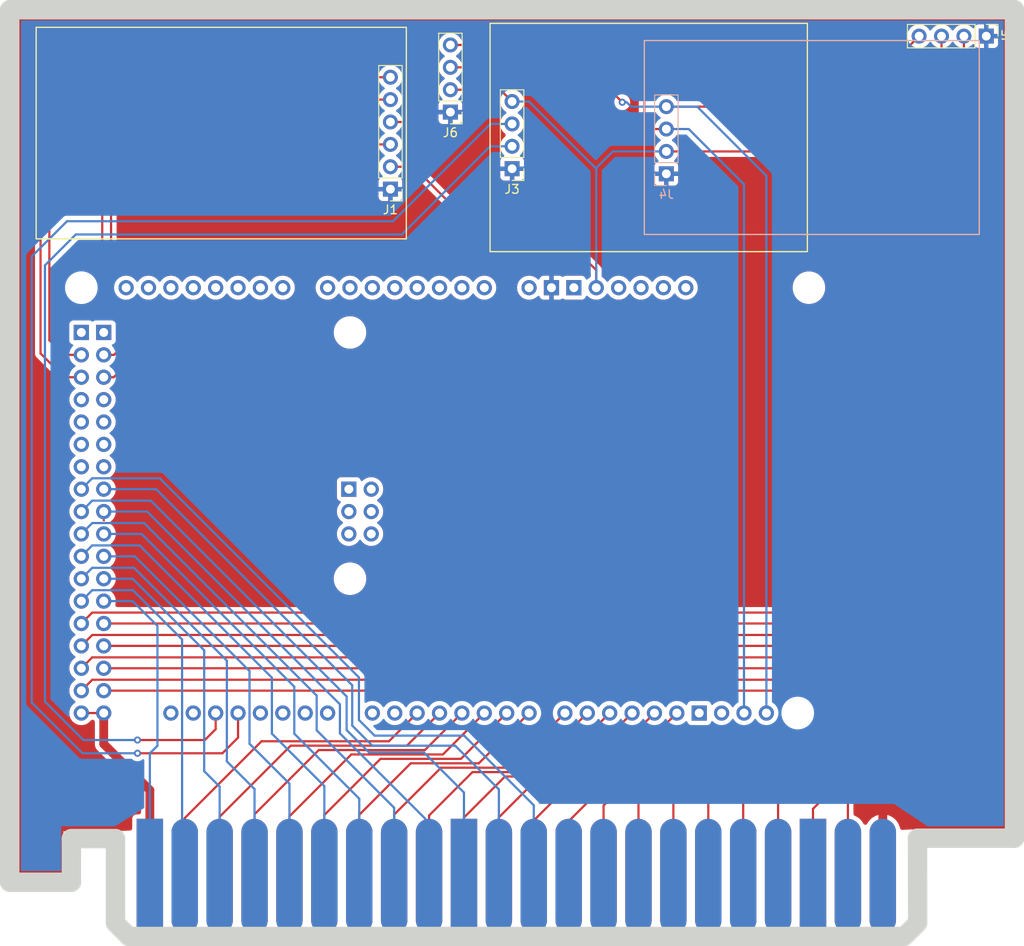
<source format=kicad_pcb>
(kicad_pcb (version 20240108) (generator "pcbnew") (generator_version "8.0")
  (layers (0 "F.Cu" signal) (31 "B.Cu" signal) (34 "B.Paste" user) (35 "F.Paste" user) (36 "B.SilkS" user "B.Silkscreen") (37 "F.SilkS" user "F.Silkscreen") (38 "B.Mask" user) (39 "F.Mask" user) (44 "Edge.Cuts" user))
  (net 0 "")
  (net 2 "VCC")
  (net 23 "Net-(A1-D2_INT0)")
  (net 24 "Net-(A1-D3_INT1)")
  (net 29 "Net-(A1-D19{slash}RX1)")
  (net 30 "Net-(A1-D18{slash}TX1)")
  (net 33 "Net-(J2-Pin_4)")
  (net 34 "Net-(J2-Pin_5)")
  (net 35 "Net-(J2-Pin_6)")
  (net 36 "Net-(J2-Pin_7)")
  (net 37 "Net-(J2-Pin_8)")
  (net 38 "Net-(J2-Pin_9)")
  (net 39 "Net-(J2-Pin_10)")
  (net 40 "Net-(J2-Pin_11)")
  (net 41 "Net-(J2-Pin_12)")
  (net 42 "Net-(J2-Pin_13)")
  (net 43 "Net-(J2-Pin_14)")
  (net 44 "Net-(J2-Pin_15)")
  (net 45 "Net-(J2-Pin_16)")
  (net 46 "Net-(J2-Pin_17)")
  (net 54 "Net-(A1-D51_MOSI)")
  (net 55 "Net-(A1-D50_MISO)")
  (net 56 "Net-(A1-D53_CS)")
  (net 57 "Net-(A1-D52_SCK)")
  (net 62 "GND")
  (net 71 "Net-(J2-Pin_18)")
  (net 72 "Net-(J2-Pin_19)")
  (net 73 "Net-(J2-Pin_20)")
  (net 74 "Net-(J2-Pin_21)")
  (net 75 "Net-(J2-Pin_23)")
  (net 76 "Net-(J2-Pin_24)")
  (net 77 "Net-(J2-Pin_25)")
  (net 78 "Net-(J2-Pin_26)")
  (net 79 "Net-(J2-Pin_27)")
  (net 80 "Net-(J2-Pin_28)")
  (net 81 "Net-(J2-Pin_29)")
  (net 82 "Net-(J2-Pin_30)")
  (net 83 "Net-(J2-Pin_31)")
  (net 84 "Net-(J2-Pin_32)")
  (net 85 "Net-(J2-Pin_33)")
  (net 86 "Net-(J2-Pin_34)")
  (net 98 "Net-(J4-Pin_3)")
  (net 99 "Net-(J4-Pin_4)")
  (footprint "PCM_arduino-library:Arduino_Mega2560_R3_Shield" (layer "F.Cu") (at 187.452 69.638 180)
    (property "Reference" "A1" (hide yes))
    (property "Value" "Arduino_Mega2560_R3_Shield" (hide yes))
    (pad "" np_thru_hole circle (at 13.97 -2.54 180) (size 3.2 3.2) (drill 3.2) (layers "*.Cu" "*.Mask"))
    (pad "" np_thru_hole circle (at 15.24 -50.8 180) (size 3.2 3.2) (drill 3.2) (layers "*.Cu" "*.Mask"))
    (pad "" thru_hole oval (at 27.94 -2.54 180) (size 1.7272 1.7272) (drill 1.016) (layers "*.Cu" "*.Mask"))
    (pad "" np_thru_hole circle (at 66.04 -35.56 180) (size 3.2 3.2) (drill 3.2) (layers "*.Cu" "*.Mask"))
    (pad "" np_thru_hole circle (at 66.04 -7.62 180) (size 3.2 3.2) (drill 3.2) (layers "*.Cu" "*.Mask"))
    (pad "" np_thru_hole circle (at 90.17 -50.8 180) (size 3.2 3.2) (drill 3.2) (layers "*.Cu" "*.Mask"))
    (pad "" np_thru_hole circle (at 96.52 -2.54 180) (size 3.2 3.2) (drill 3.2) (layers "*.Cu" "*.Mask"))
    (pad "3V3" thru_hole oval (at 35.56 -2.54 180) (size 1.7272 1.7272) (drill 1.016) (layers "*.Cu" "*.Mask"))
    (pad "5V1" thru_hole oval (at 38.1 -2.54 180) (size 1.7272 1.7272) (drill 1.016) (layers "*.Cu" "*.Mask") (net 2 "VCC"))
    (pad "5V2" thru_hole oval (at 66.167 -30.48 180) (size 1.7272 1.7272) (drill 1.016) (layers "*.Cu" "*.Mask"))
    (pad "5V3" thru_hole oval (at 93.98 -50.8 180) (size 1.7272 1.7272) (drill 1.016) (layers "*.Cu" "*.Mask") (net 2 "VCC"))
    (pad "5V4" thru_hole oval (at 96.52 -50.8 180) (size 1.7272 1.7272) (drill 1.016) (layers "*.Cu" "*.Mask") (net 2 "VCC"))
    (pad "A0" thru_hole oval (at 50.8 -2.54 180) (size 1.7272 1.7272) (drill 1.016) (layers "*.Cu" "*.Mask"))
    (pad "A1" thru_hole oval (at 53.34 -2.54 180) (size 1.7272 1.7272) (drill 1.016) (layers "*.Cu" "*.Mask"))
    (pad "A2" thru_hole oval (at 55.88 -2.54 180) (size 1.7272 1.7272) (drill 1.016) (layers "*.Cu" "*.Mask"))
    (pad "A3" thru_hole oval (at 58.42 -2.54 180) (size 1.7272 1.7272) (drill 1.016) (layers "*.Cu" "*.Mask"))
    (pad "A4" thru_hole oval (at 60.96 -2.54 180) (size 1.7272 1.7272) (drill 1.016) (layers "*.Cu" "*.Mask"))
    (pad "A5" thru_hole oval (at 63.5 -2.54 180) (size 1.7272 1.7272) (drill 1.016) (layers "*.Cu" "*.Mask"))
    (pad "A6" thru_hole oval (at 66.04 -2.54 180) (size 1.7272 1.7272) (drill 1.016) (layers "*.Cu" "*.Mask"))
    (pad "A7" thru_hole oval (at 68.58 -2.54 180) (size 1.7272 1.7272) (drill 1.016) (layers "*.Cu" "*.Mask"))
    (pad "A8" thru_hole oval (at 73.66 -2.54 180) (size 1.7272 1.7272) (drill 1.016) (layers "*.Cu" "*.Mask"))
    (pad "A9" thru_hole oval (at 76.2 -2.54 180) (size 1.7272 1.7272) (drill 1.016) (layers "*.Cu" "*.Mask"))
    (pad "A10" thru_hole oval (at 78.74 -2.54 180) (size 1.7272 1.7272) (drill 1.016) (layers "*.Cu" "*.Mask"))
    (pad "A11" thru_hole oval (at 81.28 -2.54 180) (size 1.7272 1.7272) (drill 1.016) (layers "*.Cu" "*.Mask"))
    (pad "A12" thru_hole oval (at 83.82 -2.54 180) (size 1.7272 1.7272) (drill 1.016) (layers "*.Cu" "*.Mask"))
    (pad "A13" thru_hole oval (at 86.36 -2.54 180) (size 1.7272 1.7272) (drill 1.016) (layers "*.Cu" "*.Mask"))
    (pad "A14" thru_hole oval (at 88.9 -2.54 180) (size 1.7272 1.7272) (drill 1.016) (layers "*.Cu" "*.Mask"))
    (pad "A15" thru_hole oval (at 91.44 -2.54 180) (size 1.7272 1.7272) (drill 1.016) (layers "*.Cu" "*.Mask"))
    (pad "AREF" thru_hole oval (at 23.876 -50.8 180) (size 1.7272 1.7272) (drill 1.016) (layers "*.Cu" "*.Mask"))
    (pad "D0" thru_hole oval (at 63.5 -50.8 180) (size 1.7272 1.7272) (drill 1.016) (layers "*.Cu" "*.Mask"))
    (pad "D1" thru_hole oval (at 60.96 -50.8 180) (size 1.7272 1.7272) (drill 1.016) (layers "*.Cu" "*.Mask"))
    (pad "D2" thru_hole oval (at 58.42 -50.8 180) (size 1.7272 1.7272) (drill 1.016) (layers "*.Cu" "*.Mask") (net 23 "Net-(A1-D2_INT0)"))
    (pad "D3" thru_hole oval (at 55.88 -50.8 180) (size 1.7272 1.7272) (drill 1.016) (layers "*.Cu" "*.Mask") (net 24 "Net-(A1-D3_INT1)"))
    (pad "D4" thru_hole oval (at 53.34 -50.8 180) (size 1.7272 1.7272) (drill 1.016) (layers "*.Cu" "*.Mask") (net 33 "Net-(J2-Pin_4)"))
    (pad "D5" thru_hole oval (at 50.8 -50.8 180) (size 1.7272 1.7272) (drill 1.016) (layers "*.Cu" "*.Mask") (net 34 "Net-(J2-Pin_5)"))
    (pad "D6" thru_hole oval (at 48.26 -50.8 180) (size 1.7272 1.7272) (drill 1.016) (layers "*.Cu" "*.Mask") (net 35 "Net-(J2-Pin_6)"))
    (pad "D7" thru_hole oval (at 45.72 -50.8 180) (size 1.7272 1.7272) (drill 1.016) (layers "*.Cu" "*.Mask") (net 36 "Net-(J2-Pin_7)"))
    (pad "D8" thru_hole oval (at 41.656 -50.8 180) (size 1.7272 1.7272) (drill 1.016) (layers "*.Cu" "*.Mask") (net 37 "Net-(J2-Pin_8)"))
    (pad "D9" thru_hole oval (at 39.116 -50.8 180) (size 1.7272 1.7272) (drill 1.016) (layers "*.Cu" "*.Mask") (net 38 "Net-(J2-Pin_9)"))
    (pad "D10" thru_hole oval (at 36.576 -50.8 180) (size 1.7272 1.7272) (drill 1.016) (layers "*.Cu" "*.Mask") (net 39 "Net-(J2-Pin_10)"))
    (pad "D11" thru_hole oval (at 34.036 -50.8 180) (size 1.7272 1.7272) (drill 1.016) (layers "*.Cu" "*.Mask") (net 40 "Net-(J2-Pin_11)"))
    (pad "D12" thru_hole oval (at 31.496 -50.8 180) (size 1.7272 1.7272) (drill 1.016) (layers "*.Cu" "*.Mask") (net 41 "Net-(J2-Pin_12)"))
    (pad "D13" thru_hole oval (at 28.956 -50.8 180) (size 1.7272 1.7272) (drill 1.016) (layers "*.Cu" "*.Mask") (net 42 "Net-(J2-Pin_13)"))
    (pad "D14" thru_hole oval (at 68.58 -50.8 180) (size 1.7272 1.7272) (drill 1.016) (layers "*.Cu" "*.Mask"))
    (pad "D15" thru_hole oval (at 71.12 -50.8 180) (size 1.7272 1.7272) (drill 1.016) (layers "*.Cu" "*.Mask"))
    (pad "D16" thru_hole oval (at 73.66 -50.8 180) (size 1.7272 1.7272) (drill 1.016) (layers "*.Cu" "*.Mask"))
    (pad "D17" thru_hole oval (at 76.2 -50.8 180) (size 1.7272 1.7272) (drill 1.016) (layers "*.Cu" "*.Mask"))
    (pad "D18" thru_hole oval (at 78.74 -50.8 180) (size 1.7272 1.7272) (drill 1.016) (layers "*.Cu" "*.Mask") (net 30 "Net-(A1-D18{slash}TX1)"))
    (pad "D19" thru_hole oval (at 81.28 -50.8 180) (size 1.7272 1.7272) (drill 1.016) (layers "*.Cu" "*.Mask") (net 29 "Net-(A1-D19{slash}RX1)"))
    (pad "D20" thru_hole oval (at 83.82 -50.8 180) (size 1.7272 1.7272) (drill 1.016) (layers "*.Cu" "*.Mask"))
    (pad "D21" thru_hole oval (at 86.36 -50.8 180) (size 1.7272 1.7272) (drill 1.016) (layers "*.Cu" "*.Mask"))
    (pad "D22" thru_hole oval (at 93.98 -48.26 180) (size 1.7272 1.7272) (drill 1.016) (layers "*.Cu" "*.Mask") (net 43 "Net-(J2-Pin_14)"))
    (pad "D23" thru_hole oval (at 96.52 -48.26 180) (size 1.7272 1.7272) (drill 1.016) (layers "*.Cu" "*.Mask") (net 44 "Net-(J2-Pin_15)"))
    (pad "D24" thru_hole oval (at 93.98 -45.72 180) (size 1.7272 1.7272) (drill 1.016) (layers "*.Cu" "*.Mask") (net 45 "Net-(J2-Pin_16)"))
    (pad "D25" thru_hole oval (at 96.52 -45.72 180) (size 1.7272 1.7272) (drill 1.016) (layers "*.Cu" "*.Mask") (net 46 "Net-(J2-Pin_17)"))
    (pad "D26" thru_hole oval (at 93.98 -43.18 180) (size 1.7272 1.7272) (drill 1.016) (layers "*.Cu" "*.Mask") (net 71 "Net-(J2-Pin_18)"))
    (pad "D27" thru_hole oval (at 96.52 -43.18 180) (size 1.7272 1.7272) (drill 1.016) (layers "*.Cu" "*.Mask") (net 72 "Net-(J2-Pin_19)"))
    (pad "D28" thru_hole oval (at 93.98 -40.64 180) (size 1.7272 1.7272) (drill 1.016) (layers "*.Cu" "*.Mask") (net 73 "Net-(J2-Pin_20)"))
    (pad "D29" thru_hole oval (at 96.52 -40.64 180) (size 1.7272 1.7272) (drill 1.016) (layers "*.Cu" "*.Mask") (net 74 "Net-(J2-Pin_21)"))
    (pad "D30" thru_hole oval (at 93.98 -38.1 180) (size 1.7272 1.7272) (drill 1.016) (layers "*.Cu" "*.Mask") (net 75 "Net-(J2-Pin_23)"))
    (pad "D31" thru_hole oval (at 96.52 -38.1 180) (size 1.7272 1.7272) (drill 1.016) (layers "*.Cu" "*.Mask") (net 76 "Net-(J2-Pin_24)"))
    (pad "D32" thru_hole oval (at 93.98 -35.56 180) (size 1.7272 1.7272) (drill 1.016) (layers "*.Cu" "*.Mask") (net 77 "Net-(J2-Pin_25)"))
    (pad "D33" thru_hole oval (at 96.52 -35.56 180) (size 1.7272 1.7272) (drill 1.016) (layers "*.Cu" "*.Mask") (net 78 "Net-(J2-Pin_26)"))
    (pad "D34" thru_hole oval (at 93.98 -33.02 180) (size 1.7272 1.7272) (drill 1.016) (layers "*.Cu" "*.Mask") (net 79 "Net-(J2-Pin_27)"))
    (pad "D35" thru_hole oval (at 96.52 -33.02 180) (size 1.7272 1.7272) (drill 1.016) (layers "*.Cu" "*.Mask") (net 80 "Net-(J2-Pin_28)"))
    (pad "D36" thru_hole oval (at 93.98 -30.48 180) (size 1.7272 1.7272) (drill 1.016) (layers "*.Cu" "*.Mask") (net 81 "Net-(J2-Pin_29)"))
    (pad "D37" thru_hole oval (at 96.52 -30.48 180) (size 1.7272 1.7272) (drill 1.016) (layers "*.Cu" "*.Mask") (net 82 "Net-(J2-Pin_30)"))
    (pad "D38" thru_hole oval (at 93.98 -27.94 180) (size 1.7272 1.7272) (drill 1.016) (layers "*.Cu" "*.Mask") (net 83 "Net-(J2-Pin_31)"))
    (pad "D39" thru_hole oval (at 96.52 -27.94 180) (size 1.7272 1.7272) (drill 1.016) (layers "*.Cu" "*.Mask") (net 84 "Net-(J2-Pin_32)"))
    (pad "D40" thru_hole oval (at 93.98 -25.4 180) (size 1.7272 1.7272) (drill 1.016) (layers "*.Cu" "*.Mask") (net 85 "Net-(J2-Pin_33)"))
    (pad "D41" thru_hole oval (at 96.52 -25.4 180) (size 1.7272 1.7272) (drill 1.016) (layers "*.Cu" "*.Mask") (net 86 "Net-(J2-Pin_34)"))
    (pad "D42" thru_hole oval (at 93.98 -22.86 180) (size 1.7272 1.7272) (drill 1.016) (layers "*.Cu" "*.Mask"))
    (pad "D43" thru_hole oval (at 96.52 -22.86 180) (size 1.7272 1.7272) (drill 1.016) (layers "*.Cu" "*.Mask"))
    (pad "D44" thru_hole oval (at 93.98 -20.32 180) (size 1.7272 1.7272) (drill 1.016) (layers "*.Cu" "*.Mask"))
    (pad "D45" thru_hole oval (at 96.52 -20.32 180) (size 1.7272 1.7272) (drill 1.016) (layers "*.Cu" "*.Mask"))
    (pad "D46" thru_hole oval (at 93.98 -17.78 180) (size 1.7272 1.7272) (drill 1.016) (layers "*.Cu" "*.Mask"))
    (pad "D47" thru_hole oval (at 96.52 -17.78 180) (size 1.7272 1.7272) (drill 1.016) (layers "*.Cu" "*.Mask"))
    (pad "D48" thru_hole oval (at 93.98 -15.24 180) (size 1.7272 1.7272) (drill 1.016) (layers "*.Cu" "*.Mask"))
    (pad "D49" thru_hole oval (at 96.52 -15.24 180) (size 1.7272 1.7272) (drill 1.016) (layers "*.Cu" "*.Mask"))
    (pad "D50" thru_hole oval (at 93.98 -12.7 180) (size 1.7272 1.7272) (drill 1.016) (layers "*.Cu" "*.Mask") (net 55 "Net-(A1-D50_MISO)"))
    (pad "D51" thru_hole oval (at 96.52 -12.7 180) (size 1.7272 1.7272) (drill 1.016) (layers "*.Cu" "*.Mask") (net 54 "Net-(A1-D51_MOSI)"))
    (pad "D52" thru_hole oval (at 93.98 -10.16 180) (size 1.7272 1.7272) (drill 1.016) (layers "*.Cu" "*.Mask") (net 57 "Net-(A1-D52_SCK)"))
    (pad "D53" thru_hole oval (at 96.52 -10.16 180) (size 1.7272 1.7272) (drill 1.016) (layers "*.Cu" "*.Mask") (net 56 "Net-(A1-D53_CS)"))
    (pad "GND1" thru_hole rect (at 26.416 -50.8 180) (size 1.7272 1.7272) (drill 1.016) (layers "*.Cu" "*.Mask"))
    (pad "GND2" thru_hole rect (at 40.64 -2.54 180) (size 1.7272 1.7272) (drill 1.016) (layers "*.Cu" "*.Mask"))
    (pad "GND3" thru_hole rect (at 43.18 -2.54 180) (size 1.7272 1.7272) (drill 1.016) (layers "*.Cu" "*.Mask") (net 62 "GND"))
    (pad "GND4" thru_hole rect (at 66.167 -25.4 180) (size 1.7272 1.7272) (drill 1.016) (layers "*.Cu" "*.Mask"))
    (pad "GND5" thru_hole rect (at 93.98 -7.62 180) (size 1.7272 1.7272) (drill 1.016) (layers "*.Cu" "*.Mask"))
    (pad "GND6" thru_hole rect (at 96.52 -7.62 180) (size 1.7272 1.7272) (drill 1.016) (layers "*.Cu" "*.Mask"))
    (pad "IORF" thru_hole oval (at 30.48 -2.54 180) (size 1.7272 1.7272) (drill 1.016) (layers "*.Cu" "*.Mask"))
    (pad "MISO" thru_hole oval (at 63.627 -30.48 180) (size 1.7272 1.7272) (drill 1.016) (layers "*.Cu" "*.Mask"))
    (pad "MOSI" thru_hole oval (at 66.167 -27.94 180) (size 1.7272 1.7272) (drill 1.016) (layers "*.Cu" "*.Mask"))
    (pad "RST1" thru_hole oval (at 33.02 -2.54 180) (size 1.7272 1.7272) (drill 1.016) (layers "*.Cu" "*.Mask"))
    (pad "RST2" thru_hole oval (at 63.627 -25.4 180) (size 1.7272 1.7272) (drill 1.016) (layers "*.Cu" "*.Mask"))
    (pad "SCK" thru_hole oval (at 63.627 -27.94 180) (size 1.7272 1.7272) (drill 1.016) (layers "*.Cu" "*.Mask"))
    (pad "SCL" thru_hole oval (at 18.796 -50.8 180) (size 1.7272 1.7272) (drill 1.016) (layers "*.Cu" "*.Mask") (net 99 "Net-(J4-Pin_4)"))
    (pad "SDA" thru_hole oval (at 21.336 -50.8 180) (size 1.7272 1.7272) (drill 1.016) (layers "*.Cu" "*.Mask") (net 98 "Net-(J4-Pin_3)"))
    (pad "VIN" thru_hole oval (at 45.72 -2.54 180) (size 1.7272 1.7272) (drill 1.016) (layers "*.Cu" "*.Mask"))
  )
  (footprint "Connector_PinHeader_2.54mm:PinHeader_1x04_P2.54mm_Vertical" (layer "F.Cu") (at 132.80401 52.258 180)
    (property "Reference" "J6" (at 0 -2.33 180) (layer "F.SilkS"))
    (property "Value" "I2C")
    (pad "1" thru_hole rect (at 0 0 180) (size 1.7 1.7) (drill 1) (layers "*.Cu" "*.Mask") (net 62 "GND"))
    (pad "2" thru_hole oval (at 0 2.54 180) (size 1.7 1.7) (drill 1) (layers "*.Cu" "*.Mask") (net 2 "VCC"))
    (pad "3" thru_hole oval (at 0 5.08 180) (size 1.7 1.7) (drill 1) (layers "*.Cu" "*.Mask") (net 99 "Net-(J4-Pin_4)"))
    (pad "4" thru_hole oval (at 0 7.62 180) (size 1.7 1.7) (drill 1) (layers "*.Cu" "*.Mask") (net 98 "Net-(J4-Pin_3)"))
  )
  (footprint "Connector_PinHeader_2.54mm:PinHeader_1x06_P2.54mm_Vertical" (layer "F.Cu") (at 126 61 180)
    (property "Reference" "J1" (at 0 -2.33 180) (layer "F.SilkS"))
    (property "Value" "MicroSD")
    (pad "1" thru_hole rect (at 0 0 180) (size 1.7 1.7) (drill 1) (layers "*.Cu" "*.Mask") (net 62 "GND"))
    (pad "2" thru_hole oval (at 0 2.54 180) (size 1.7 1.7) (drill 1) (layers "*.Cu" "*.Mask") (net 2 "VCC"))
    (pad "3" thru_hole oval (at 0 5.08 180) (size 1.7 1.7) (drill 1) (layers "*.Cu" "*.Mask") (net 55 "Net-(A1-D50_MISO)"))
    (pad "4" thru_hole oval (at 0 7.62 180) (size 1.7 1.7) (drill 1) (layers "*.Cu" "*.Mask") (net 54 "Net-(A1-D51_MOSI)"))
    (pad "5" thru_hole oval (at 0 10.16 180) (size 1.7 1.7) (drill 1) (layers "*.Cu" "*.Mask") (net 57 "Net-(A1-D52_SCK)"))
    (pad "6" thru_hole oval (at 0 12.7 180) (size 1.7 1.7) (drill 1) (layers "*.Cu" "*.Mask") (net 56 "Net-(A1-D53_CS)"))
  )
  (footprint "Connector_PinHeader_2.54mm:PinHeader_1x04_P2.54mm_Vertical" (layer "F.Cu") (at 193.60401 43.638 -90)
    (property "Reference" "J5" (at 0 -2.33 90) (layer "F.SilkS"))
    (property "Value" "LCD")
    (pad "1" thru_hole rect (at 0 0 270) (size 1.7 1.7) (drill 1) (layers "*.Cu" "*.Mask") (net 62 "GND"))
    (pad "2" thru_hole oval (at 0 2.54 270) (size 1.7 1.7) (drill 1) (layers "*.Cu" "*.Mask") (net 2 "VCC"))
    (pad "3" thru_hole oval (at 0 5.08 270) (size 1.7 1.7) (drill 1) (layers "*.Cu" "*.Mask") (net 99 "Net-(J4-Pin_4)"))
    (pad "4" thru_hole oval (at 0 7.62 270) (size 1.7 1.7) (drill 1) (layers "*.Cu" "*.Mask") (net 98 "Net-(J4-Pin_3)"))
  )
  (footprint "ConectorsPer:con22sem" (layer "F.Cu") (at 137.744005 123.698)
    (property "Reference" "J2" (hide yes))
    (property "Value" "Conn_01x44_Socket" (hide yes))
    (pad "1" smd rect (at -39.039995 15.24) (size 3 13) (layers "F.Cu" "F.Paste" "F.Mask") (net 2 "VCC"))
    (pad "2" smd oval (at -35.079995 15.24) (size 3 13) (layers "F.Cu" "F.Paste" "F.Mask") (net 23 "Net-(A1-D2_INT0)"))
    (pad "3" smd oval (at -31.119995 15.24) (size 3 13) (layers "F.Cu" "F.Paste" "F.Mask") (net 24 "Net-(A1-D3_INT1)"))
    (pad "4" smd oval (at -27.159995 15.24) (size 3 13) (layers "F.Cu" "F.Paste" "F.Mask") (net 33 "Net-(J2-Pin_4)"))
    (pad "5" smd oval (at -23.199995 15.24) (size 3 13) (layers "F.Cu" "F.Paste" "F.Mask") (net 34 "Net-(J2-Pin_5)"))
    (pad "6" smd oval (at -19.239995 15.24) (size 3 13) (layers "F.Cu" "F.Paste" "F.Mask") (net 35 "Net-(J2-Pin_6)"))
    (pad "7" smd oval (at -15.279995 15.24) (size 3 13) (layers "F.Cu" "F.Paste" "F.Mask") (net 36 "Net-(J2-Pin_7)"))
    (pad "8" smd oval (at -11.319995 15.24) (size 3 13) (layers "F.Cu" "F.Paste" "F.Mask") (net 37 "Net-(J2-Pin_8)"))
    (pad "9" smd oval (at -7.359995 15.24) (size 3 13) (layers "F.Cu" "F.Paste" "F.Mask") (net 38 "Net-(J2-Pin_9)"))
    (pad "10" smd rect (at -3.399995 15.24) (size 3 13) (layers "F.Cu" "F.Paste" "F.Mask") (net 39 "Net-(J2-Pin_10)"))
    (pad "11" smd oval (at 0.560005 15.24) (size 3 13) (layers "F.Cu" "F.Paste" "F.Mask") (net 40 "Net-(J2-Pin_11)"))
    (pad "12" smd oval (at 4.520005 15.24) (size 3 13) (layers "F.Cu" "F.Paste" "F.Mask") (net 41 "Net-(J2-Pin_12)"))
    (pad "13" smd oval (at 8.480005 15.24) (size 3 13) (layers "F.Cu" "F.Paste" "F.Mask") (net 42 "Net-(J2-Pin_13)"))
    (pad "14" smd oval (at 12.439995 15.24) (size 3 13) (layers "F.Cu" "F.Paste" "F.Mask") (net 43 "Net-(J2-Pin_14)"))
    (pad "15" smd oval (at 16.399995 15.24) (size 3 13) (layers "F.Cu" "F.Paste" "F.Mask") (net 44 "Net-(J2-Pin_15)"))
    (pad "16" smd oval (at 20.359995 15.24) (size 3 13) (layers "F.Cu" "F.Paste" "F.Mask") (net 45 "Net-(J2-Pin_16)"))
    (pad "17" smd oval (at 24.319995 15.24) (size 3 13) (layers "F.Cu" "F.Paste" "F.Mask") (net 46 "Net-(J2-Pin_17)"))
    (pad "18" smd oval (at 28.279995 15.24) (size 3 13) (layers "F.Cu" "F.Paste" "F.Mask") (net 71 "Net-(J2-Pin_18)"))
    (pad "19" smd oval (at 32.239995 15.24) (size 3 13) (layers "F.Cu" "F.Paste" "F.Mask") (net 72 "Net-(J2-Pin_19)"))
    (pad "20" smd rect (at 36.199995 15.24) (size 3 13) (layers "F.Cu" "F.Paste" "F.Mask") (net 73 "Net-(J2-Pin_20)"))
    (pad "21" smd oval (at 40.159995 15.24) (size 3 13) (layers "F.Cu" "F.Paste" "F.Mask") (net 74 "Net-(J2-Pin_21)"))
    (pad "22" smd oval (at 44.119995 15.24) (size 3 13) (layers "F.Cu" "F.Paste" "F.Mask") (net 62 "GND"))
    (pad "23" smd rect (at -39.039995 15.24) (size 3 13) (layers "B.Cu" "B.Paste" "B.Mask") (net 75 "Net-(J2-Pin_23)"))
    (pad "24" smd oval (at -35.079995 15.24) (size 3 13) (layers "B.Cu" "B.Paste" "B.Mask") (net 76 "Net-(J2-Pin_24)"))
    (pad "25" smd oval (at -31.119995 15.24) (size 3 13) (layers "B.Cu" "B.Paste" "B.Mask") (net 77 "Net-(J2-Pin_25)"))
    (pad "26" smd oval (at -27.159995 15.24) (size 3 13) (layers "B.Cu" "B.Paste" "B.Mask") (net 78 "Net-(J2-Pin_26)"))
    (pad "27" smd oval (at -23.199995 15.24) (size 3 13) (layers "B.Cu" "B.Paste" "B.Mask") (net 79 "Net-(J2-Pin_27)"))
    (pad "28" smd oval (at -19.239995 15.24) (size 3 13) (layers "B.Cu" "B.Paste" "B.Mask") (net 80 "Net-(J2-Pin_28)"))
    (pad "29" smd oval (at -15.279995 15.24) (size 3 13) (layers "B.Cu" "B.Paste" "B.Mask") (net 81 "Net-(J2-Pin_29)"))
    (pad "30" smd oval (at -11.319995 15.24) (size 3 13) (layers "B.Cu" "B.Paste" "B.Mask") (net 82 "Net-(J2-Pin_30)"))
    (pad "31" smd oval (at -7.359995 15.24) (size 3 13) (layers "B.Cu" "B.Paste" "B.Mask") (net 83 "Net-(J2-Pin_31)"))
    (pad "32" smd rect (at -3.399995 15.24) (size 3 13) (layers "B.Cu" "B.Paste" "B.Mask") (net 84 "Net-(J2-Pin_32)"))
    (pad "33" smd oval (at 0.560005 15.24) (size 3 13) (layers "B.Cu" "B.Paste" "B.Mask") (net 85 "Net-(J2-Pin_33)"))
    (pad "34" smd oval (at 4.520005 15.24) (size 3 13) (layers "B.Cu" "B.Paste" "B.Mask") (net 86 "Net-(J2-Pin_34)"))
    (pad "35" smd oval (at 8.480005 15.24) (size 3 13) (layers "B.Cu" "B.Paste" "B.Mask"))
    (pad "36" smd oval (at 12.439995 15.24) (size 3 13) (layers "B.Cu" "B.Paste" "B.Mask"))
    (pad "37" smd oval (at 16.399995 15.24) (size 3 13) (layers "B.Cu" "B.Paste" "B.Mask"))
    (pad "38" smd oval (at 20.359995 15.24) (size 3 13) (layers "B.Cu" "B.Paste" "B.Mask"))
    (pad "39" smd oval (at 24.319995 15.24) (size 3 13) (layers "B.Cu" "B.Paste" "B.Mask"))
    (pad "40" smd oval (at 28.279995 15.24) (size 3 13) (layers "B.Cu" "B.Paste" "B.Mask"))
    (pad "41" smd oval (at 32.239995 15.24) (size 3 13) (layers "B.Cu" "B.Paste" "B.Mask"))
    (pad "42" smd rect (at 36.199995 15.24) (size 3 13) (layers "B.Cu" "B.Paste" "B.Mask"))
    (pad "43" smd oval (at 40.159995 15.24) (size 3 13) (layers "B.Cu" "B.Paste" "B.Mask"))
    (pad "44" smd oval (at 44.119995 15.24) (size 3 13) (layers "B.Cu" "B.Paste" "B.Mask"))
  )
  (footprint "Connector_PinHeader_2.54mm:PinHeader_1x04_P2.54mm_Vertical" (layer "F.Cu") (at 139.80401 58.678 180)
    (property "Reference" "J3" (at 0 -2.33 180) (layer "F.SilkS"))
    (property "Value" "GPS")
    (pad "1" thru_hole rect (at 0 0 180) (size 1.7 1.7) (drill 1) (layers "*.Cu" "*.Mask") (net 62 "GND"))
    (pad "2" thru_hole oval (at 0 2.54 180) (size 1.7 1.7) (drill 1) (layers "*.Cu" "*.Mask") (net 29 "Net-(A1-D19{slash}RX1)"))
    (pad "3" thru_hole oval (at 0 5.08 180) (size 1.7 1.7) (drill 1) (layers "*.Cu" "*.Mask") (net 30 "Net-(A1-D18{slash}TX1)"))
    (pad "4" thru_hole oval (at 0 7.62 180) (size 1.7 1.7) (drill 1) (layers "*.Cu" "*.Mask") (net 2 "VCC"))
  )
  (footprint "Connector_PinHeader_2.54mm:PinHeader_1x04_P2.54mm_Vertical" (layer "B.Cu") (at 157.30401 59.258)
    (property "Reference" "J4" (at 0 2.33 0) (layer "B.SilkS") (effects (justify mirror)))
    (property "Value" "RTC")
    (pad "1" thru_hole rect (at 0 0) (size 1.7 1.7) (drill 1) (layers "*.Cu" "*.Mask") (net 62 "GND"))
    (pad "2" thru_hole oval (at 0 -2.54) (size 1.7 1.7) (drill 1) (layers "*.Cu" "*.Mask") (net 2 "VCC"))
    (pad "3" thru_hole oval (at 0 -5.08) (size 1.7 1.7) (drill 1) (layers "*.Cu" "*.Mask") (net 98 "Net-(J4-Pin_3)"))
    (pad "4" thru_hole oval (at 0 -7.62) (size 1.7 1.7) (drill 1) (layers "*.Cu" "*.Mask") (net 99 "Net-(J4-Pin_4)"))
  )
  (gr_line (start 94.79281 144.2608) (end 96.16441 145.6324) (stroke (width 0.254)) (layer "B.SilkS"))
  (gr_line (start 96.16441 145.6324) (end 184.42941 145.6324) (stroke (width 0.254)) (layer "B.SilkS"))
  (gr_line (start 185.80101 134.6342) (end 196.79921 134.6342) (stroke (width 0.254)) (layer "B.SilkS"))
  (gr_line (start 82.80401 40.6288) (end 196.79921 40.6288) (stroke (width 0.254)) (layer "B.SilkS"))
  (gr_line (start 82.80401 139.638) (end 82.80401 40.6288) (stroke (width 0.254)) (layer "B.SilkS"))
  (gr_rect (start 154.80401 44.138) (end 192.80401 66.138) (stroke (width 0.15)) (fill none) (layer "B.SilkS"))
  (gr_line (start 89.81441 139.638) (end 89.81441 134.685) (stroke (width 0.254)) (layer "B.SilkS"))
  (gr_line (start 185.80401 144.27) (end 185.80401 134.638) (stroke (width 0.254)) (layer "B.SilkS"))
  (gr_line (start 82.80401 139.638) (end 89.81441 139.638) (stroke (width 0.254)) (layer "B.SilkS"))
  (gr_line (start 89.81441 134.685) (end 94.79281 134.685) (stroke (width 0.254)) (layer "B.SilkS"))
  (gr_line (start 94.79281 144.2608) (end 94.79281 134.685) (stroke (width 0.254)) (layer "B.SilkS"))
  (gr_line (start 184.42941 145.6324) (end 185.80101 144.2608) (stroke (width 0.254)) (layer "B.SilkS"))
  (gr_line (start 196.79921 134.6342) (end 196.79921 40.6288) (stroke (width 0.254)) (layer "B.SilkS"))
  (gr_rect (start 85.80401 42.638) (end 127.80401 66.638) (stroke (width 0.15)) (fill none) (layer "F.SilkS"))
  (gr_rect (start 137.30401 42.188) (end 173.30401 68.088) (stroke (width 0.15)) (fill none) (layer "F.SilkS"))
  (gr_line (start 82.80401 139.638) (end 89.80401 139.638) (stroke (width 2.2)) (layer "Edge.Cuts"))
  (gr_line (start 185.81802 144.018) (end 185.80401 134.638) (stroke (width 2.2)) (layer "Edge.Cuts"))
  (gr_line (start 184.44161 145.6324) (end 185.80401 144.27) (stroke (width 2.2)) (layer "Edge.Cuts"))
  (gr_line (start 94.80401 144.2608) (end 94.80401 134.684) (stroke (width 2.2)) (layer "Edge.Cuts"))
  (gr_line (start 82.80401 40.638) (end 196.80401 40.638) (stroke (width 2.2)) (layer "Edge.Cuts"))
  (gr_line (start 89.80401 139.638) (end 89.80401 134.684) (stroke (width 2.2)) (layer "Edge.Cuts"))
  (gr_line (start 185.80401 134.638) (end 196.80401 134.638) (stroke (width 2.2)) (layer "Edge.Cuts"))
  (gr_line (start 94.82301 144.289) (end 96.31881 145.7848) (stroke (width 2.2)) (layer "Edge.Cuts"))
  (gr_line (start 82.80401 139.638) (end 82.80401 40.638) (stroke (width 2.2)) (layer "Edge.Cuts"))
  (gr_line (start 89.80401 134.684) (end 94.80401 134.684) (stroke (width 2.2)) (layer "Edge.Cuts"))
  (gr_line (start 196.80398 134.638) (end 196.80401 40.638) (stroke (width 2.2)) (layer "Edge.Cuts"))
  (gr_line (start 96.31881 145.7848) (end 184.27701 145.7848) (stroke (width 2.2)) (layer "Edge.Cuts"))
  (segment (start 98.70401 129.18401) (end 98.70401 138.938) (width 1) (layer "F.Cu") (net 2))
  (segment (start 139.30401 69.138) (end 148.30401 69.138) (width 0.25) (layer "F.Cu") (net 2))
  (segment (start 149.352 70.18599) (end 149.352 72.178) (width 0.25) (layer "F.Cu") (net 2))
  (segment (start 93.472 123.952) (end 98.70401 129.18401) (width 1) (layer "F.Cu") (net 2))
  (segment (start 138.46401 49.718) (end 139.80401 51.058) (width 0.25) (layer "F.Cu") (net 2))
  (segment (start 132.80401 49.718) (end 138.46401 49.718) (width 0.25) (layer "F.Cu") (net 2))
  (segment (start 93.472 123.952) (end 93.472 120.438) (width 1) (layer "F.Cu") (net 2))
  (segment (start 148.30401 69.138) (end 149.352 70.18599) (width 0.25) (layer "F.Cu") (net 2))
  (segment (start 128.62601 58.46) (end 139.30401 69.138) (width 0.25) (layer "F.Cu") (net 2))
  (segment (start 126 58.46) (end 128.30401 58.46) (width 0.25) (layer "F.Cu") (net 2))
  (segment (start 128.48201 58.46) (end 128.30401 58.46) (width 0.25) (layer "F.Cu") (net 2))
  (segment (start 90.932 120.438) (end 93.472 120.438) (width 0.25) (layer "F.Cu") (net 2))
  (segment (start 191.06401 47.378) (end 191.06401 43.638) (width 0.25) (layer "F.Cu") (net 2))
  (segment (start 98.70401 138.938) (end 98.70401 133.2484) (width 1) (layer "F.Cu") (net 2))
  (segment (start 181.72401 56.718) (end 191.06401 47.378) (width 0.25) (layer "F.Cu") (net 2))
  (segment (start 157.30401 56.718) (end 181.72401 56.718) (width 0.25) (layer "F.Cu") (net 2))
  (segment (start 128.30401 58.46) (end 128.62601 58.46) (width 0.25) (layer "F.Cu") (net 2))
  (segment (start 149.30401 58.638) (end 149.352 58.68599) (width 0.25) (layer "B.Cu") (net 2))
  (segment (start 149.352 58.68599) (end 149.352 62.13001) (width 0.25) (layer "B.Cu") (net 2))
  (segment (start 151.22401 56.718) (end 149.30401 58.638) (width 0.25) (layer "B.Cu") (net 2))
  (segment (start 139.80401 51.058) (end 141.72401 51.058) (width 0.25) (layer "B.Cu") (net 2))
  (segment (start 149.352 62.13001) (end 149.352 72.178) (width 0.25) (layer "B.Cu") (net 2))
  (segment (start 141.72401 51.058) (end 149.30401 58.638) (width 0.25) (layer "B.Cu") (net 2))
  (segment (start 157.30401 56.718) (end 151.22401 56.718) (width 0.25) (layer "B.Cu") (net 2))
  (segment (start 102.66401 139.342) (end 102.76801 139.446) (width 0.25) (layer "F.Cu") (net 23))
  (segment (start 125.832 123.638) (end 111.37701 123.638) (width 0.25) (layer "F.Cu") (net 23))
  (segment (start 102.66401 132.351) (end 102.66401 138.938) (width 0.25) (layer "F.Cu") (net 23))
  (segment (start 111.37701 123.638) (end 102.66401 132.351) (width 0.25) (layer "F.Cu") (net 23))
  (segment (start 129.032 120.438) (end 125.832 123.638) (width 0.25) (layer "F.Cu") (net 23))
  (segment (start 102.66401 138.938) (end 102.66401 139.342) (width 0.25) (layer "F.Cu") (net 23))
  (segment (start 131.572 120.438) (end 127.872 124.138) (width 0.25) (layer "F.Cu") (net 24))
  (segment (start 106.62401 132.201) (end 106.62401 138.938) (width 0.25) (layer "F.Cu") (net 24))
  (segment (start 114.68701 124.138) (end 106.62401 132.201) (width 0.25) (layer "F.Cu") (net 24))
  (segment (start 127.872 124.138) (end 114.68701 124.138) (width 0.25) (layer "F.Cu") (net 24))
  (segment (start 104.94201 123.5) (end 97.30401 123.5) (width 0.25) (layer "F.Cu") (net 29))
  (segment (start 106.172 120.438) (end 106.172 122.27001) (width 0.25) (layer "F.Cu") (net 29))
  (segment (start 106.172 122.27001) (end 104.94201 123.5) (width 0.25) (layer "F.Cu") (net 29))
  (via (at 97.30401 123.5) (size 0.8) (drill 0.4) (layers "F.Cu" "B.Cu") (net 29))
  (segment (start 97.30401 123.5) (end 91.16601 123.5) (width 0.25) (layer "B.Cu") (net 29))
  (segment (start 90.30401 66.138) (end 127.30401 66.138) (width 0.25) (layer "B.Cu") (net 29))
  (segment (start 137.30401 56.138) (end 139.80401 56.138) (width 0.25) (layer "B.Cu") (net 29))
  (segment (start 91.16601 123.5) (end 86.80401 119.138) (width 0.25) (layer "B.Cu") (net 29))
  (segment (start 86.80401 119.138) (end 86.80401 69.638) (width 0.25) (layer "B.Cu") (net 29))
  (segment (start 127.30401 66.138) (end 137.30401 56.138) (width 0.25) (layer "B.Cu") (net 29))
  (segment (start 86.80401 69.638) (end 90.30401 66.138) (width 0.25) (layer "B.Cu") (net 29))
  (segment (start 108.712 123.23001) (end 106.94201 125) (width 0.25) (layer "F.Cu") (net 30))
  (segment (start 108.712 120.438) (end 108.712 123.23001) (width 0.25) (layer "F.Cu") (net 30))
  (segment (start 106.94201 125) (end 97.30401 125) (width 0.25) (layer "F.Cu") (net 30))
  (via (at 97.30401 125) (size 0.8) (drill 0.4) (layers "F.Cu" "B.Cu") (net 30))
  (segment (start 91.062457 125) (end 97.30401 125) (width 0.25) (layer "B.Cu") (net 30))
  (segment (start 137.34401 53.598) (end 126.30401 64.638) (width 0.25) (layer "B.Cu") (net 30))
  (segment (start 126.30401 64.638) (end 89.30401 64.638) (width 0.25) (layer "B.Cu") (net 30))
  (segment (start 85.30401 68.638) (end 85.30401 119.241553) (width 0.25) (layer "B.Cu") (net 30))
  (segment (start 89.30401 64.638) (end 85.30401 68.638) (width 0.25) (layer "B.Cu") (net 30))
  (segment (start 85.30401 119.241553) (end 91.062457 125) (width 0.25) (layer "B.Cu") (net 30))
  (segment (start 139.80401 53.598) (end 137.34401 53.598) (width 0.25) (layer "B.Cu") (net 30))
  (segment (start 129.912 124.638) (end 117.87001 124.638) (width 0.25) (layer "F.Cu") (net 33))
  (segment (start 134.112 120.438) (end 129.912 124.638) (width 0.25) (layer "F.Cu") (net 33))
  (segment (start 117.87001 124.638) (end 110.58401 131.924) (width 0.25) (layer "F.Cu") (net 33))
  (segment (start 110.58401 131.924) (end 110.58401 138.938) (width 0.25) (layer "F.Cu") (net 33))
  (segment (start 114.54401 132.155) (end 114.54401 138.938) (width 0.25) (layer "F.Cu") (net 34))
  (segment (start 136.652 120.438) (end 131.952 125.138) (width 0.25) (layer "F.Cu") (net 34))
  (segment (start 121.56101 125.138) (end 114.54401 132.155) (width 0.25) (layer "F.Cu") (net 34))
  (segment (start 131.952 125.138) (end 121.56101 125.138) (width 0.25) (layer "F.Cu") (net 34))
  (segment (start 133.992 125.638) (end 124.87101 125.638) (width 0.25) (layer "F.Cu") (net 35))
  (segment (start 124.87101 125.638) (end 118.50401 132.005) (width 0.25) (layer "F.Cu") (net 35))
  (segment (start 139.192 120.438) (end 133.992 125.638) (width 0.25) (layer "F.Cu") (net 35))
  (segment (start 118.50401 132.005) (end 118.50401 138.938) (width 0.25) (layer "F.Cu") (net 35))
  (segment (start 128.30801 126.138) (end 122.46401 131.982) (width 0.25) (layer "F.Cu") (net 36))
  (segment (start 136.032 126.138) (end 128.30801 126.138) (width 0.25) (layer "F.Cu") (net 36))
  (segment (start 122.46401 131.982) (end 122.46401 138.938) (width 0.25) (layer "F.Cu") (net 36))
  (segment (start 141.732 120.438) (end 136.032 126.138) (width 0.25) (layer "F.Cu") (net 36))
  (segment (start 126.42401 131.959) (end 126.42401 138.938) (width 0.25) (layer "F.Cu") (net 37))
  (segment (start 139.596 126.638) (end 131.74501 126.638) (width 0.25) (layer "F.Cu") (net 37))
  (segment (start 145.796 120.438) (end 139.596 126.638) (width 0.25) (layer "F.Cu") (net 37))
  (segment (start 131.74501 126.638) (end 126.42401 131.959) (width 0.25) (layer "F.Cu") (net 37))
  (segment (start 141.636 127.138) (end 135.30901 127.138) (width 0.25) (layer "F.Cu") (net 38))
  (segment (start 130.38401 132.063) (end 130.38401 138.938) (width 0.25) (layer "F.Cu") (net 38))
  (segment (start 135.30901 127.138) (end 130.38401 132.063) (width 0.25) (layer "F.Cu") (net 38))
  (segment (start 148.336 120.438) (end 141.636 127.138) (width 0.25) (layer "F.Cu") (net 38))
  (segment (start 133.974 138.56799) (end 134.34401 138.938) (width 0.25) (layer "F.Cu") (net 39))
  (segment (start 143.676 127.638) (end 139.00001 127.638) (width 0.25) (layer "F.Cu") (net 39))
  (segment (start 139.00001 127.638) (end 134.34401 132.294) (width 0.25) (layer "F.Cu") (net 39))
  (segment (start 134.34401 132.294) (end 134.34401 138.938) (width 0.25) (layer "F.Cu") (net 39))
  (segment (start 150.876 120.438) (end 143.676 127.638) (width 0.25) (layer "F.Cu") (net 39))
  (segment (start 145.716 128.138) (end 142.43701 128.138) (width 0.25) (layer "F.Cu") (net 40))
  (segment (start 142.43701 128.138) (end 138.30401 132.271) (width 0.25) (layer "F.Cu") (net 40))
  (segment (start 153.416 120.438) (end 145.716 128.138) (width 0.25) (layer "F.Cu") (net 40))
  (segment (start 138.30401 132.271) (end 138.30401 138.938) (width 0.25) (layer "F.Cu") (net 40))
  (segment (start 142.864 138.33801) (end 142.26401 138.938) (width 0.25) (layer "F.Cu") (net 41))
  (segment (start 142.229 138.90299) (end 142.26401 138.938) (width 0.25) (layer "F.Cu") (net 41))
  (segment (start 142.90001 138.302) (end 142.26401 138.938) (width 0.8) (layer "F.Cu") (net 41))
  (segment (start 142.26401 132.629) (end 142.26401 138.938) (width 0.25) (layer "F.Cu") (net 41))
  (segment (start 155.956 120.438) (end 147.756 128.638) (width 0.25) (layer "F.Cu") (net 41))
  (segment (start 147.756 128.638) (end 146.25501 128.638) (width 0.25) (layer "F.Cu") (net 41))
  (segment (start 146.25501 128.638) (end 142.26401 132.629) (width 0.25) (layer "F.Cu") (net 41))
  (segment (start 158.496 120.438) (end 146.22401 132.70999) (width 0.25) (layer "F.Cu") (net 42))
  (segment (start 146.22401 132.70999) (end 146.22401 138.938) (width 0.25) (layer "F.Cu") (net 42))
  (segment (start 175.00601 118.556) (end 175.00601 123.001) (width 0.25) (layer "F.Cu") (net 43))
  (segment (start 93.472 117.898) (end 174.34801 117.898) (width 0.25) (layer "F.Cu") (net 43))
  (segment (start 175.00601 123.001) (end 173.99001 124.017) (width 0.25) (layer "F.Cu") (net 43))
  (segment (start 174.34801 117.898) (end 175.00601 118.556) (width 0.25) (layer "F.Cu") (net 43))
  (segment (start 157.09901 124.017) (end 150.184 130.93201) (width 0.25) (layer "F.Cu") (net 43))
  (segment (start 173.99001 124.017) (end 157.09901 124.017) (width 0.25) (layer "F.Cu") (net 43))
  (segment (start 150.184 130.93201) (end 150.184 138.938) (width 0.25) (layer "F.Cu") (net 43))
  (segment (start 154.144 129.13101) (end 154.144 138.938) (width 0.25) (layer "F.Cu") (net 44))
  (segment (start 174.87901 124.779) (end 158.49601 124.779) (width 0.25) (layer "F.Cu") (net 44))
  (segment (start 176.02201 117.921) (end 176.02201 123.636) (width 0.25) (layer "F.Cu") (net 44))
  (segment (start 90.932 117.898) (end 92.1706 116.6594) (width 0.25) (layer "F.Cu") (net 44))
  (segment (start 176.02201 123.636) (end 174.87901 124.779) (width 0.25) (layer "F.Cu") (net 44))
  (segment (start 92.1706 116.6594) (end 174.76041 116.6594) (width 0.25) (layer "F.Cu") (net 44))
  (segment (start 158.49601 124.779) (end 154.144 129.13101) (width 0.25) (layer "F.Cu") (net 44))
  (segment (start 174.76041 116.6594) (end 176.02201 117.921) (width 0.25) (layer "F.Cu") (net 44))
  (segment (start 174.72901 115.358) (end 176.91101 117.54) (width 0.25) (layer "F.Cu") (net 45))
  (segment (start 159.89301 125.541) (end 158.104 127.33001) (width 0.25) (layer "F.Cu") (net 45))
  (segment (start 158.104 127.33001) (end 158.104 138.938) (width 0.25) (layer "F.Cu") (net 45))
  (segment (start 93.472 115.358) (end 174.72901 115.358) (width 0.25) (layer "F.Cu") (net 45))
  (segment (start 175.51401 125.541) (end 159.89301 125.541) (width 0.25) (layer "F.Cu") (net 45))
  (segment (start 176.91101 124.144) (end 175.51401 125.541) (width 0.25) (layer "F.Cu") (net 45))
  (segment (start 176.91101 117.54) (end 176.91101 124.144) (width 0.25) (layer "F.Cu") (net 45))
  (segment (start 92.1706 114.1194) (end 174.76041 114.1194) (width 0.25) (layer "F.Cu") (net 46))
  (segment (start 177.80001 124.398) (end 175.89501 126.303) (width 0.25) (layer "F.Cu") (net 46))
  (segment (start 174.76041 114.1194) (end 177.80001 117.159) (width 0.25) (layer "F.Cu") (net 46))
  (segment (start 162.064 127.94201) (end 162.064 138.938) (width 0.25) (layer "F.Cu") (net 46))
  (segment (start 175.89501 126.303) (end 163.70301 126.303) (width 0.25) (layer "F.Cu") (net 46))
  (segment (start 90.932 115.358) (end 92.1706 114.1194) (width 0.25) (layer "F.Cu") (net 46))
  (segment (start 163.70301 126.303) (end 162.064 127.94201) (width 0.25) (layer "F.Cu") (net 46))
  (segment (start 177.80001 117.159) (end 177.80001 124.398) (width 0.25) (layer "F.Cu") (net 46))
  (segment (start 128.80401 52.138) (end 128.80401 46.638) (width 0.25) (layer "F.Cu") (net 54))
  (segment (start 95.30401 45.638) (end 86.30401 54.638) (width 0.25) (layer "F.Cu") (net 54))
  (segment (start 126 53.38) (end 127.56201 53.38) (width 0.25) (layer "F.Cu") (net 54))
  (segment (start 127.56201 53.38) (end 128.80401 52.138) (width 0.25) (layer "F.Cu") (net 54))
  (segment (start 86.30401 54.638) (end 86.30401 79.638) (width 0.25) (layer "F.Cu") (net 54))
  (segment (start 86.30401 79.638) (end 89.00401 82.338) (width 0.25) (layer "F.Cu") (net 54))
  (segment (start 89.00401 82.338) (end 90.932 82.338) (width 0.25) (layer "F.Cu") (net 54))
  (segment (start 127.80401 45.638) (end 95.30401 45.638) (width 0.25) (layer "F.Cu") (net 54))
  (segment (start 128.80401 46.638) (end 127.80401 45.638) (width 0.25) (layer "F.Cu") (net 54))
  (segment (start 96.80401 75.638) (end 96.80401 80.138) (width 0.25) (layer "F.Cu") (net 55))
  (segment (start 94.30401 63.138) (end 94.30401 73.138) (width 0.25) (layer "F.Cu") (net 55))
  (segment (start 126 55.92) (end 101.52201 55.92) (width 0.25) (layer "F.Cu") (net 55))
  (segment (start 96.80401 80.138) (end 94.60401 82.338) (width 0.25) (layer "F.Cu") (net 55))
  (segment (start 94.30401 73.138) (end 96.80401 75.638) (width 0.25) (layer "F.Cu") (net 55))
  (segment (start 101.52201 55.92) (end 94.30401 63.138) (width 0.25) (layer "F.Cu") (net 55))
  (segment (start 94.60401 82.338) (end 93.472 82.338) (width 0.25) (layer "F.Cu") (net 55))
  (segment (start 126 48.3) (end 94.64201 48.3) (width 0.25) (layer "F.Cu") (net 56))
  (segment (start 94.64201 48.3) (end 87.30401 55.638) (width 0.25) (layer "F.Cu") (net 56))
  (segment (start 87.30401 55.638) (end 87.30401 78.138) (width 0.25) (layer "F.Cu") (net 56))
  (segment (start 87.30401 78.138) (end 88.96401 79.798) (width 0.25) (layer "F.Cu") (net 56))
  (segment (start 88.96401 79.798) (end 90.932 79.798) (width 0.25) (layer "F.Cu") (net 56))
  (segment (start 95.80401 76.138) (end 95.80401 78.638) (width 0.25) (layer "F.Cu") (net 57))
  (segment (start 95.80401 78.638) (end 94.64401 79.798) (width 0.25) (layer "F.Cu") (net 57))
  (segment (start 93.30401 73.638) (end 95.80401 76.138) (width 0.25) (layer "F.Cu") (net 57))
  (segment (start 93.30401 56.138) (end 93.30401 73.638) (width 0.25) (layer "F.Cu") (net 57))
  (segment (start 94.64401 79.798) (end 93.472 79.798) (width 0.25) (layer "F.Cu") (net 57))
  (segment (start 126 50.84) (end 98.60201 50.84) (width 0.25) (layer "F.Cu") (net 57))
  (segment (start 98.60201 50.84) (end 93.30401 56.138) (width 0.25) (layer "F.Cu") (net 57))
  (segment (start 181.864 138.938) (end 181.864 130.36701) (width 1) (layer "F.Cu") (net 62))
  (segment (start 174.60201 112.818) (end 178.68901 116.905) (width 0.25) (layer "F.Cu") (net 71))
  (segment (start 166.024 128.55401) (end 166.024 138.938) (width 0.25) (layer "F.Cu") (net 71))
  (segment (start 167.51301 127.065) (end 166.024 128.55401) (width 0.25) (layer "F.Cu") (net 71))
  (segment (start 93.472 112.818) (end 174.60201 112.818) (width 0.25) (layer "F.Cu") (net 71))
  (segment (start 178.68901 116.905) (end 178.68901 124.779) (width 0.25) (layer "F.Cu") (net 71))
  (segment (start 178.68901 124.779) (end 176.40301 127.065) (width 0.25) (layer "F.Cu") (net 71))
  (segment (start 176.40301 127.065) (end 167.51301 127.065) (width 0.25) (layer "F.Cu") (net 71))
  (segment (start 90.932 112.818) (end 92.1706 111.5794) (width 0.25) (layer "F.Cu") (net 72))
  (segment (start 92.1706 111.5794) (end 175.01441 111.5794) (width 0.25) (layer "F.Cu") (net 72))
  (segment (start 171.45001 128.462) (end 169.984 129.92801) (width 0.25) (layer "F.Cu") (net 72))
  (segment (start 179.57801 125.541) (end 176.65701 128.462) (width 0.25) (layer "F.Cu") (net 72))
  (segment (start 176.65701 128.462) (end 171.45001 128.462) (width 0.25) (layer "F.Cu") (net 72))
  (segment (start 175.01441 111.5794) (end 179.57801 116.143) (width 0.25) (layer "F.Cu") (net 72))
  (segment (start 169.984 129.92801) (end 169.984 138.938) (width 0.25) (layer "F.Cu") (net 72))
  (segment (start 179.57801 116.143) (end 179.57801 125.541) (width 0.25) (layer "F.Cu") (net 72))
  (segment (start 180.46701 126.303) (end 176.91101 129.859) (width 0.25) (layer "F.Cu") (net 73))
  (segment (start 175.61801 110.278) (end 180.46701 115.127) (width 0.25) (layer "F.Cu") (net 73))
  (segment (start 180.46701 115.127) (end 180.46701 126.303) (width 0.25) (layer "F.Cu") (net 73))
  (segment (start 173.944 131.30201) (end 173.944 138.938) (width 0.25) (layer "F.Cu") (net 73))
  (segment (start 176.91101 129.859) (end 175.38701 129.859) (width 0.25) (layer "F.Cu") (net 73))
  (segment (start 93.472 110.278) (end 175.61801 110.278) (width 0.25) (layer "F.Cu") (net 73))
  (segment (start 175.38701 129.859) (end 173.944 131.30201) (width 0.25) (layer "F.Cu") (net 73))
  (segment (start 177.904 130.39001) (end 177.904 138.938) (width 0.25) (layer "F.Cu") (net 74))
  (segment (start 181.35601 114.238) (end 181.35601 126.938) (width 0.25) (layer "F.Cu") (net 74))
  (segment (start 181.35601 126.938) (end 177.904 130.39001) (width 0.25) (layer "F.Cu") (net 74))
  (segment (start 92.1706 109.0394) (end 176.15741 109.0394) (width 0.25) (layer "F.Cu") (net 74))
  (segment (start 176.15741 109.0394) (end 181.35601 114.238) (width 0.25) (layer "F.Cu") (net 74))
  (segment (start 90.932 110.278) (end 92.1706 109.0394) (width 0.25) (layer "F.Cu") (net 74))
  (segment (start 99.56801 110.555) (end 96.75101 107.738) (width 0.25) (layer "B.Cu") (net 75))
  (segment (start 98.70401 138.938) (end 98.70401 125.008) (width 0.25) (layer "B.Cu") (net 75))
  (segment (start 98.70401 125.008) (end 99.56801 124.144) (width 0.25) (layer "B.Cu") (net 75))
  (segment (start 99.56801 124.144) (end 99.56801 110.555) (width 0.25) (layer "B.Cu") (net 75))
  (segment (start 96.75101 107.738) (end 93.472 107.738) (width 0.25) (layer "B.Cu") (net 75))
  (segment (start 102.36201 112.079) (end 102.36201 138.636) (width 0.25) (layer "B.Cu") (net 76))
  (segment (start 102.36201 138.636) (end 102.66401 138.938) (width 0.25) (layer "B.Cu") (net 76))
  (segment (start 92.1706 106.4994) (end 96.78241 106.4994) (width 0.25) (layer "B.Cu") (net 76))
  (segment (start 96.78241 106.4994) (end 102.36201 112.079) (width 0.25) (layer "B.Cu") (net 76))
  (segment (start 90.932 107.738) (end 92.1706 106.4994) (width 0.25) (layer "B.Cu") (net 76))
  (segment (start 96.75101 105.198) (end 104.8706 113.31759) (width 0.25) (layer "B.Cu") (net 77))
  (segment (start 106.62401 128.787) (end 106.62401 138.938) (width 0.25) (layer "B.Cu") (net 77))
  (segment (start 104.8706 127.03359) (end 106.62401 128.787) (width 0.25) (layer "B.Cu") (net 77))
  (segment (start 93.472 105.198) (end 96.75101 105.198) (width 0.25) (layer "B.Cu") (net 77))
  (segment (start 104.8706 113.31759) (end 104.8706 127.03359) (width 0.25) (layer "B.Cu") (net 77))
  (segment (start 110.58401 129.064) (end 110.58401 138.938) (width 0.25) (layer "B.Cu") (net 78))
  (segment (start 107.44201 114.492) (end 107.44201 125.922) (width 0.25) (layer "B.Cu") (net 78))
  (segment (start 90.932 105.198) (end 92.1706 103.9594) (width 0.25) (layer "B.Cu") (net 78))
  (segment (start 92.1706 103.9594) (end 96.90941 103.9594) (width 0.25) (layer "B.Cu") (net 78))
  (segment (start 96.90941 103.9594) (end 107.44201 114.492) (width 0.25) (layer "B.Cu") (net 78))
  (segment (start 107.44201 125.922) (end 110.58401 129.064) (width 0.25) (layer "B.Cu") (net 78))
  (segment (start 93.472 102.658) (end 97.00501 102.658) (width 0.25) (layer "B.Cu") (net 79))
  (segment (start 110.0134 123.92139) (end 114.54401 128.452) (width 0.25) (layer "B.Cu") (net 79))
  (segment (start 114.54401 128.452) (end 114.54401 138.938) (width 0.25) (layer "B.Cu") (net 79))
  (segment (start 97.00501 102.658) (end 110.0134 115.66639) (width 0.25) (layer "B.Cu") (net 79))
  (segment (start 110.0134 115.66639) (end 110.0134 123.92139) (width 0.25) (layer "B.Cu") (net 79))
  (segment (start 90.932 102.658) (end 92.1706 101.4194) (width 0.25) (layer "B.Cu") (net 80))
  (segment (start 92.1706 101.4194) (end 97.54441 101.4194) (width 0.25) (layer "B.Cu") (net 80))
  (segment (start 97.54441 101.4194) (end 112.5534 116.42839) (width 0.25) (layer "B.Cu") (net 80))
  (segment (start 112.5534 122.77839) (end 118.50401 128.729) (width 0.25) (layer "B.Cu") (net 80))
  (segment (start 112.5534 116.42839) (end 112.5534 122.77839) (width 0.25) (layer "B.Cu") (net 80))
  (segment (start 118.50401 128.729) (end 118.50401 138.938) (width 0.25) (layer "B.Cu") (net 80))
  (segment (start 115.0934 117.44439) (end 115.0934 122.77839) (width 0.25) (layer "B.Cu") (net 81))
  (segment (start 97.76701 100.118) (end 115.0934 117.44439) (width 0.25) (layer "B.Cu") (net 81))
  (segment (start 122.46401 130.149) (end 122.46401 138.938) (width 0.25) (layer "B.Cu") (net 81))
  (segment (start 115.0934 122.77839) (end 122.46401 130.149) (width 0.25) (layer "B.Cu") (net 81))
  (segment (start 93.472 100.118) (end 97.76701 100.118) (width 0.25) (layer "B.Cu") (net 81))
  (segment (start 117.6334 122.39739) (end 126.42401 131.188) (width 0.25) (layer "B.Cu") (net 82))
  (segment (start 126.42401 131.188) (end 126.42401 138.938) (width 0.25) (layer "B.Cu") (net 82))
  (segment (start 90.932 100.118) (end 92.1706 98.8794) (width 0.25) (layer "B.Cu") (net 82))
  (segment (start 92.1706 98.8794) (end 98.05241 98.8794) (width 0.25) (layer "B.Cu") (net 82))
  (segment (start 98.05241 98.8794) (end 117.6334 118.46039) (width 0.25) (layer "B.Cu") (net 82))
  (segment (start 117.6334 118.46039) (end 117.6334 122.39739) (width 0.25) (layer "B.Cu") (net 82))
  (segment (start 93.492 98.572) (end 93.472 98.552) (width 0.25) (layer "F.Cu") (net 83))
  (segment (start 120.26901 119.445) (end 120.26901 122.747) (width 0.25) (layer "B.Cu") (net 83))
  (segment (start 120.26901 122.747) (end 130.38401 132.862) (width 0.25) (layer "B.Cu") (net 83))
  (segment (start 130.38401 132.862) (end 130.38401 138.938) (width 0.25) (layer "B.Cu") (net 83))
  (segment (start 98.40201 97.578) (end 120.26901 119.445) (width 0.25) (layer "B.Cu") (net 83))
  (segment (start 93.472 97.578) (end 98.40201 97.578) (width 0.25) (layer "B.Cu") (net 83))
  (segment (start 121.03101 122.366) (end 123.57101 124.906) (width 0.25) (layer "B.Cu") (net 84))
  (segment (start 92.1706 96.3394) (end 98.81441 96.3394) (width 0.25) (layer "B.Cu") (net 84))
  (segment (start 134.34401 129.456) (end 134.34401 138.938) (width 0.25) (layer "B.Cu") (net 84))
  (segment (start 129.79401 124.906) (end 134.34401 129.456) (width 0.25) (layer "B.Cu") (net 84))
  (segment (start 90.932 97.578) (end 92.1706 96.3394) (width 0.25) (layer "B.Cu") (net 84))
  (segment (start 121.03101 118.556) (end 121.03101 122.366) (width 0.25) (layer "B.Cu") (net 84))
  (segment (start 123.57101 124.906) (end 129.79401 124.906) (width 0.25) (layer "B.Cu") (net 84))
  (segment (start 98.81441 96.3394) (end 121.03101 118.556) (width 0.25) (layer "B.Cu") (net 84))
  (segment (start 138.30401 129.098) (end 138.30401 138.938) (width 0.25) (layer "B.Cu") (net 85))
  (segment (start 133.35001 124.144) (end 138.30401 129.098) (width 0.25) (layer "B.Cu") (net 85))
  (segment (start 121.66601 121.858) (end 123.95201 124.144) (width 0.25) (layer "B.Cu") (net 85))
  (segment (start 121.66601 117.286) (end 121.66601 121.858) (width 0.25) (layer "B.Cu") (net 85))
  (segment (start 99.41801 95.038) (end 121.66601 117.286) (width 0.25) (layer "B.Cu") (net 85))
  (segment (start 123.95201 124.144) (end 133.35001 124.144) (width 0.25) (layer "B.Cu") (net 85))
  (segment (start 93.472 95.038) (end 99.41801 95.038) (width 0.25) (layer "B.Cu") (net 85))
  (segment (start 134.36601 123.001) (end 142.26401 130.899) (width 0.25) (layer "B.Cu") (net 86))
  (segment (start 99.83041 93.7994) (end 122.42801 116.397) (width 0.25) (layer "B.Cu") (net 86))
  (segment (start 122.42801 121.223) (end 124.20601 123.001) (width 0.25) (layer "B.Cu") (net 86))
  (segment (start 142.26401 130.899) (end 142.26401 138.938) (width 0.25) (layer "B.Cu") (net 86))
  (segment (start 122.42801 116.397) (end 122.42801 121.223) (width 0.25) (layer "B.Cu") (net 86))
  (segment (start 90.932 95.038) (end 92.1706 93.7994) (width 0.25) (layer "B.Cu") (net 86))
  (segment (start 92.1706 93.7994) (end 99.83041 93.7994) (width 0.25) (layer "B.Cu") (net 86))
  (segment (start 124.20601 123.001) (end 134.36601 123.001) (width 0.25) (layer "B.Cu") (net 86))
  (segment (start 155.05401 49.388) (end 154.80401 49.638) (width 0.25) (layer "F.Cu") (net 98))
  (segment (start 157.80401 44.638) (end 158.80401 45.638) (width 0.25) (layer "F.Cu") (net 98))
  (segment (start 132.80401 44.638) (end 157.80401 44.638) (width 0.25) (layer "F.Cu") (net 98))
  (segment (start 158.80401 45.638) (end 155.05401 49.388) (width 0.25) (layer "F.Cu") (net 98))
  (segment (start 154.80401 49.638) (end 154.80401 53.138) (width 0.25) (layer "F.Cu") (net 98))
  (segment (start 185.98401 43.638) (end 183.98401 45.638) (width 0.25) (layer "F.Cu") (net 98))
  (segment (start 154.80401 53.138) (end 155.84401 54.178) (width 0.25) (layer "F.Cu") (net 98))
  (segment (start 183.98401 45.638) (end 158.80401 45.638) (width 0.25) (layer "F.Cu") (net 98))
  (segment (start 155.84401 54.178) (end 157.30401 54.178) (width 0.25) (layer "F.Cu") (net 98))
  (segment (start 159.84401 54.178) (end 166.116 60.44999) (width 0.25) (layer "B.Cu") (net 98))
  (segment (start 157.30401 54.178) (end 159.84401 54.178) (width 0.25) (layer "B.Cu") (net 98))
  (segment (start 166.116 60.44999) (end 166.116 120.438) (width 0.25) (layer "B.Cu") (net 98))
  (segment (start 182.80401 51.638) (end 188.52401 45.918) (width 0.25) (layer "F.Cu") (net 99))
  (segment (start 157.30401 51.638) (end 182.80401 51.638) (width 0.25) (layer "F.Cu") (net 99))
  (segment (start 132.80401 47.178) (end 148.34401 47.178) (width 0.25) (layer "F.Cu") (net 99))
  (segment (start 148.34401 47.178) (end 152.30401 51.138) (width 0.25) (layer "F.Cu") (net 99))
  (segment (start 188.52401 45.918) (end 188.52401 43.638) (width 0.25) (layer "F.Cu") (net 99))
  (via (at 152.30401 51.138) (size 0.8) (drill 0.4) (layers "F.Cu" "B.Cu") (net 99))
  (segment (start 160.80401 51.638) (end 168.656 59.48999) (width 0.25) (layer "B.Cu") (net 99))
  (segment (start 157.30401 51.638) (end 160.80401 51.638) (width 0.25) (layer "B.Cu") (net 99))
  (segment (start 152.80401 51.138) (end 153.30401 51.638) (width 0.25) (layer "B.Cu") (net 99))
  (segment (start 153.30401 51.638) (end 157.30401 51.638) (width 0.25) (layer "B.Cu") (net 99))
  (segment (start 168.656 59.48999) (end 168.656 120.438) (width 0.25) (layer "B.Cu") (net 99))
  (segment (start 152.30401 51.138) (end 152.80401 51.138) (width 0.25) (layer "B.Cu") (net 99))
  (zone (net 62) (net_name "GND") (layer "F.Cu") (name "GND") (connect_pads (clearance 0.5)) (min_thickness 0.5) (fill yes (thermal_gap 0.5) (thermal_bridge_width 0.5))
    (polygon (pts (xy 83.82 41.656) (xy 195.834 41.656) (xy 195.834 133.604) (xy 185.928 133.604) (xy 183.388 133.731) (xy 97.536 133.731) (xy 94.234 133.858) (xy 88.9 133.858) (xy 88.9 138.684) (xy 83.566 138.684)))
  )
  (zone (net 62) (net_name "GND") (layer "B.Cu") (priority 1) (connect_pads (clearance 0.5)) (min_thickness 0.25) (fill yes (thermal_gap 0.5) (thermal_bridge_width 0.5))
    (polygon (pts (xy 84.07401 41.848) (xy 84.07401 138.368) (xy 88.64601 138.368) (xy 88.64601 133.288) (xy 94.74201 133.288) (xy 98.80601 130.748) (xy 183.13401 130.748) (xy 186.94401 133.288) (xy 195.58001 133.288) (xy 195.58001 41.848)))
  )
)
</source>
